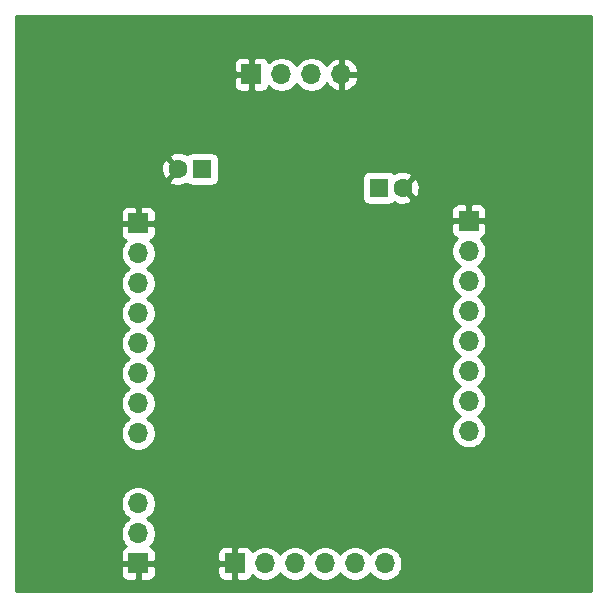
<source format=gbr>
%TF.GenerationSoftware,KiCad,Pcbnew,5.1.9-73d0e3b20d~88~ubuntu20.04.1*%
%TF.CreationDate,2021-02-20T23:14:02+01:00*%
%TF.ProjectId,attiny-214-414-814-proto,61747469-6e79-42d3-9231-342d3431342d,rev?*%
%TF.SameCoordinates,Original*%
%TF.FileFunction,Copper,L2,Bot*%
%TF.FilePolarity,Positive*%
%FSLAX46Y46*%
G04 Gerber Fmt 4.6, Leading zero omitted, Abs format (unit mm)*
G04 Created by KiCad (PCBNEW 5.1.9-73d0e3b20d~88~ubuntu20.04.1) date 2021-02-20 23:14:02*
%MOMM*%
%LPD*%
G01*
G04 APERTURE LIST*
%TA.AperFunction,ComponentPad*%
%ADD10O,1.700000X1.700000*%
%TD*%
%TA.AperFunction,ComponentPad*%
%ADD11R,1.700000X1.700000*%
%TD*%
%TA.AperFunction,ComponentPad*%
%ADD12C,1.600000*%
%TD*%
%TA.AperFunction,ComponentPad*%
%ADD13R,1.600000X1.600000*%
%TD*%
%TA.AperFunction,ViaPad*%
%ADD14C,0.900000*%
%TD*%
%TA.AperFunction,Conductor*%
%ADD15C,0.254000*%
%TD*%
%TA.AperFunction,Conductor*%
%ADD16C,0.100000*%
%TD*%
G04 APERTURE END LIST*
D10*
%TO.P,J5,8*%
%TO.N,Net-(J5-Pad8)*%
X119000000Y-93780000D03*
%TO.P,J5,7*%
%TO.N,Net-(J5-Pad7)*%
X119000000Y-91240000D03*
%TO.P,J5,6*%
%TO.N,Net-(J2-Pad3)*%
X119000000Y-88700000D03*
%TO.P,J5,5*%
%TO.N,Net-(J5-Pad5)*%
X119000000Y-86160000D03*
%TO.P,J5,4*%
%TO.N,Net-(J5-Pad4)*%
X119000000Y-83620000D03*
%TO.P,J5,3*%
%TO.N,Net-(J5-Pad3)*%
X119000000Y-81080000D03*
%TO.P,J5,2*%
%TO.N,Net-(C1-Pad1)*%
X119000000Y-78540000D03*
D11*
%TO.P,J5,1*%
%TO.N,GND*%
X119000000Y-76000000D03*
%TD*%
D10*
%TO.P,J4,6*%
%TO.N,Net-(J4-Pad6)*%
X111900000Y-105000000D03*
%TO.P,J4,5*%
%TO.N,Net-(J2-Pad3)*%
X109360000Y-105000000D03*
%TO.P,J4,4*%
%TO.N,Net-(J4-Pad4)*%
X106820000Y-105000000D03*
%TO.P,J4,3*%
%TO.N,Net-(D5-Pad2)*%
X104280000Y-105000000D03*
%TO.P,J4,2*%
%TO.N,Net-(J4-Pad2)*%
X101740000Y-105000000D03*
D11*
%TO.P,J4,1*%
%TO.N,GND*%
X99200000Y-105000000D03*
%TD*%
D10*
%TO.P,J3,8*%
%TO.N,Net-(J3-Pad8)*%
X91000000Y-93980000D03*
%TO.P,J3,7*%
%TO.N,Net-(J3-Pad7)*%
X91000000Y-91440000D03*
%TO.P,J3,6*%
%TO.N,Net-(J3-Pad6)*%
X91000000Y-88900000D03*
%TO.P,J3,5*%
%TO.N,Net-(J3-Pad5)*%
X91000000Y-86360000D03*
%TO.P,J3,4*%
%TO.N,Net-(J3-Pad4)*%
X91000000Y-83820000D03*
%TO.P,J3,3*%
%TO.N,Net-(J3-Pad3)*%
X91000000Y-81280000D03*
%TO.P,J3,2*%
%TO.N,Net-(C1-Pad1)*%
X91000000Y-78740000D03*
D11*
%TO.P,J3,1*%
%TO.N,GND*%
X91000000Y-76200000D03*
%TD*%
D10*
%TO.P,J2,3*%
%TO.N,Net-(J2-Pad3)*%
X91000000Y-99920000D03*
%TO.P,J2,2*%
%TO.N,Net-(C1-Pad1)*%
X91000000Y-102460000D03*
D11*
%TO.P,J2,1*%
%TO.N,GND*%
X91000000Y-105000000D03*
%TD*%
D10*
%TO.P,J1,4*%
%TO.N,GND*%
X108220000Y-63600000D03*
%TO.P,J1,3*%
%TO.N,Net-(C1-Pad1)*%
X105680000Y-63600000D03*
%TO.P,J1,2*%
%TO.N,Net-(D1-Pad2)*%
X103140000Y-63600000D03*
D11*
%TO.P,J1,1*%
%TO.N,GND*%
X100600000Y-63600000D03*
%TD*%
D12*
%TO.P,C3,2*%
%TO.N,GND*%
X113400000Y-73200000D03*
D13*
%TO.P,C3,1*%
%TO.N,Net-(C1-Pad1)*%
X111400000Y-73200000D03*
%TD*%
D12*
%TO.P,C2,2*%
%TO.N,GND*%
X94400000Y-71600000D03*
D13*
%TO.P,C2,1*%
%TO.N,Net-(C2-Pad1)*%
X96400000Y-71600000D03*
%TD*%
D14*
%TO.N,GND*%
X83000000Y-97000000D03*
X82400000Y-75400000D03*
X126800000Y-73200000D03*
X127200000Y-86000000D03*
X127200000Y-96600000D03*
X105600000Y-80000000D03*
X99400000Y-77000000D03*
X117200000Y-68800000D03*
X82800000Y-87800000D03*
%TD*%
D15*
%TO.N,GND*%
X129340001Y-107340000D02*
X80660000Y-107340000D01*
X80660000Y-105850000D01*
X89511928Y-105850000D01*
X89524188Y-105974482D01*
X89560498Y-106094180D01*
X89619463Y-106204494D01*
X89698815Y-106301185D01*
X89795506Y-106380537D01*
X89905820Y-106439502D01*
X90025518Y-106475812D01*
X90150000Y-106488072D01*
X90714250Y-106485000D01*
X90873000Y-106326250D01*
X90873000Y-105127000D01*
X91127000Y-105127000D01*
X91127000Y-106326250D01*
X91285750Y-106485000D01*
X91850000Y-106488072D01*
X91974482Y-106475812D01*
X92094180Y-106439502D01*
X92204494Y-106380537D01*
X92301185Y-106301185D01*
X92380537Y-106204494D01*
X92439502Y-106094180D01*
X92475812Y-105974482D01*
X92488072Y-105850000D01*
X97711928Y-105850000D01*
X97724188Y-105974482D01*
X97760498Y-106094180D01*
X97819463Y-106204494D01*
X97898815Y-106301185D01*
X97995506Y-106380537D01*
X98105820Y-106439502D01*
X98225518Y-106475812D01*
X98350000Y-106488072D01*
X98914250Y-106485000D01*
X99073000Y-106326250D01*
X99073000Y-105127000D01*
X97873750Y-105127000D01*
X97715000Y-105285750D01*
X97711928Y-105850000D01*
X92488072Y-105850000D01*
X92485000Y-105285750D01*
X92326250Y-105127000D01*
X91127000Y-105127000D01*
X90873000Y-105127000D01*
X89673750Y-105127000D01*
X89515000Y-105285750D01*
X89511928Y-105850000D01*
X80660000Y-105850000D01*
X80660000Y-104150000D01*
X89511928Y-104150000D01*
X89515000Y-104714250D01*
X89673750Y-104873000D01*
X90873000Y-104873000D01*
X90873000Y-104853000D01*
X91127000Y-104853000D01*
X91127000Y-104873000D01*
X92326250Y-104873000D01*
X92485000Y-104714250D01*
X92488072Y-104150000D01*
X97711928Y-104150000D01*
X97715000Y-104714250D01*
X97873750Y-104873000D01*
X99073000Y-104873000D01*
X99073000Y-103673750D01*
X99327000Y-103673750D01*
X99327000Y-104873000D01*
X99347000Y-104873000D01*
X99347000Y-105127000D01*
X99327000Y-105127000D01*
X99327000Y-106326250D01*
X99485750Y-106485000D01*
X100050000Y-106488072D01*
X100174482Y-106475812D01*
X100294180Y-106439502D01*
X100404494Y-106380537D01*
X100501185Y-106301185D01*
X100580537Y-106204494D01*
X100639502Y-106094180D01*
X100661513Y-106021620D01*
X100793368Y-106153475D01*
X101036589Y-106315990D01*
X101306842Y-106427932D01*
X101593740Y-106485000D01*
X101886260Y-106485000D01*
X102173158Y-106427932D01*
X102443411Y-106315990D01*
X102686632Y-106153475D01*
X102893475Y-105946632D01*
X103010000Y-105772240D01*
X103126525Y-105946632D01*
X103333368Y-106153475D01*
X103576589Y-106315990D01*
X103846842Y-106427932D01*
X104133740Y-106485000D01*
X104426260Y-106485000D01*
X104713158Y-106427932D01*
X104983411Y-106315990D01*
X105226632Y-106153475D01*
X105433475Y-105946632D01*
X105550000Y-105772240D01*
X105666525Y-105946632D01*
X105873368Y-106153475D01*
X106116589Y-106315990D01*
X106386842Y-106427932D01*
X106673740Y-106485000D01*
X106966260Y-106485000D01*
X107253158Y-106427932D01*
X107523411Y-106315990D01*
X107766632Y-106153475D01*
X107973475Y-105946632D01*
X108090000Y-105772240D01*
X108206525Y-105946632D01*
X108413368Y-106153475D01*
X108656589Y-106315990D01*
X108926842Y-106427932D01*
X109213740Y-106485000D01*
X109506260Y-106485000D01*
X109793158Y-106427932D01*
X110063411Y-106315990D01*
X110306632Y-106153475D01*
X110513475Y-105946632D01*
X110630000Y-105772240D01*
X110746525Y-105946632D01*
X110953368Y-106153475D01*
X111196589Y-106315990D01*
X111466842Y-106427932D01*
X111753740Y-106485000D01*
X112046260Y-106485000D01*
X112333158Y-106427932D01*
X112603411Y-106315990D01*
X112846632Y-106153475D01*
X113053475Y-105946632D01*
X113215990Y-105703411D01*
X113327932Y-105433158D01*
X113385000Y-105146260D01*
X113385000Y-104853740D01*
X113327932Y-104566842D01*
X113215990Y-104296589D01*
X113053475Y-104053368D01*
X112846632Y-103846525D01*
X112603411Y-103684010D01*
X112333158Y-103572068D01*
X112046260Y-103515000D01*
X111753740Y-103515000D01*
X111466842Y-103572068D01*
X111196589Y-103684010D01*
X110953368Y-103846525D01*
X110746525Y-104053368D01*
X110630000Y-104227760D01*
X110513475Y-104053368D01*
X110306632Y-103846525D01*
X110063411Y-103684010D01*
X109793158Y-103572068D01*
X109506260Y-103515000D01*
X109213740Y-103515000D01*
X108926842Y-103572068D01*
X108656589Y-103684010D01*
X108413368Y-103846525D01*
X108206525Y-104053368D01*
X108090000Y-104227760D01*
X107973475Y-104053368D01*
X107766632Y-103846525D01*
X107523411Y-103684010D01*
X107253158Y-103572068D01*
X106966260Y-103515000D01*
X106673740Y-103515000D01*
X106386842Y-103572068D01*
X106116589Y-103684010D01*
X105873368Y-103846525D01*
X105666525Y-104053368D01*
X105550000Y-104227760D01*
X105433475Y-104053368D01*
X105226632Y-103846525D01*
X104983411Y-103684010D01*
X104713158Y-103572068D01*
X104426260Y-103515000D01*
X104133740Y-103515000D01*
X103846842Y-103572068D01*
X103576589Y-103684010D01*
X103333368Y-103846525D01*
X103126525Y-104053368D01*
X103010000Y-104227760D01*
X102893475Y-104053368D01*
X102686632Y-103846525D01*
X102443411Y-103684010D01*
X102173158Y-103572068D01*
X101886260Y-103515000D01*
X101593740Y-103515000D01*
X101306842Y-103572068D01*
X101036589Y-103684010D01*
X100793368Y-103846525D01*
X100661513Y-103978380D01*
X100639502Y-103905820D01*
X100580537Y-103795506D01*
X100501185Y-103698815D01*
X100404494Y-103619463D01*
X100294180Y-103560498D01*
X100174482Y-103524188D01*
X100050000Y-103511928D01*
X99485750Y-103515000D01*
X99327000Y-103673750D01*
X99073000Y-103673750D01*
X98914250Y-103515000D01*
X98350000Y-103511928D01*
X98225518Y-103524188D01*
X98105820Y-103560498D01*
X97995506Y-103619463D01*
X97898815Y-103698815D01*
X97819463Y-103795506D01*
X97760498Y-103905820D01*
X97724188Y-104025518D01*
X97711928Y-104150000D01*
X92488072Y-104150000D01*
X92475812Y-104025518D01*
X92439502Y-103905820D01*
X92380537Y-103795506D01*
X92301185Y-103698815D01*
X92204494Y-103619463D01*
X92094180Y-103560498D01*
X92021620Y-103538487D01*
X92153475Y-103406632D01*
X92315990Y-103163411D01*
X92427932Y-102893158D01*
X92485000Y-102606260D01*
X92485000Y-102313740D01*
X92427932Y-102026842D01*
X92315990Y-101756589D01*
X92153475Y-101513368D01*
X91946632Y-101306525D01*
X91772240Y-101190000D01*
X91946632Y-101073475D01*
X92153475Y-100866632D01*
X92315990Y-100623411D01*
X92427932Y-100353158D01*
X92485000Y-100066260D01*
X92485000Y-99773740D01*
X92427932Y-99486842D01*
X92315990Y-99216589D01*
X92153475Y-98973368D01*
X91946632Y-98766525D01*
X91703411Y-98604010D01*
X91433158Y-98492068D01*
X91146260Y-98435000D01*
X90853740Y-98435000D01*
X90566842Y-98492068D01*
X90296589Y-98604010D01*
X90053368Y-98766525D01*
X89846525Y-98973368D01*
X89684010Y-99216589D01*
X89572068Y-99486842D01*
X89515000Y-99773740D01*
X89515000Y-100066260D01*
X89572068Y-100353158D01*
X89684010Y-100623411D01*
X89846525Y-100866632D01*
X90053368Y-101073475D01*
X90227760Y-101190000D01*
X90053368Y-101306525D01*
X89846525Y-101513368D01*
X89684010Y-101756589D01*
X89572068Y-102026842D01*
X89515000Y-102313740D01*
X89515000Y-102606260D01*
X89572068Y-102893158D01*
X89684010Y-103163411D01*
X89846525Y-103406632D01*
X89978380Y-103538487D01*
X89905820Y-103560498D01*
X89795506Y-103619463D01*
X89698815Y-103698815D01*
X89619463Y-103795506D01*
X89560498Y-103905820D01*
X89524188Y-104025518D01*
X89511928Y-104150000D01*
X80660000Y-104150000D01*
X80660000Y-77050000D01*
X89511928Y-77050000D01*
X89524188Y-77174482D01*
X89560498Y-77294180D01*
X89619463Y-77404494D01*
X89698815Y-77501185D01*
X89795506Y-77580537D01*
X89905820Y-77639502D01*
X89978380Y-77661513D01*
X89846525Y-77793368D01*
X89684010Y-78036589D01*
X89572068Y-78306842D01*
X89515000Y-78593740D01*
X89515000Y-78886260D01*
X89572068Y-79173158D01*
X89684010Y-79443411D01*
X89846525Y-79686632D01*
X90053368Y-79893475D01*
X90227760Y-80010000D01*
X90053368Y-80126525D01*
X89846525Y-80333368D01*
X89684010Y-80576589D01*
X89572068Y-80846842D01*
X89515000Y-81133740D01*
X89515000Y-81426260D01*
X89572068Y-81713158D01*
X89684010Y-81983411D01*
X89846525Y-82226632D01*
X90053368Y-82433475D01*
X90227760Y-82550000D01*
X90053368Y-82666525D01*
X89846525Y-82873368D01*
X89684010Y-83116589D01*
X89572068Y-83386842D01*
X89515000Y-83673740D01*
X89515000Y-83966260D01*
X89572068Y-84253158D01*
X89684010Y-84523411D01*
X89846525Y-84766632D01*
X90053368Y-84973475D01*
X90227760Y-85090000D01*
X90053368Y-85206525D01*
X89846525Y-85413368D01*
X89684010Y-85656589D01*
X89572068Y-85926842D01*
X89515000Y-86213740D01*
X89515000Y-86506260D01*
X89572068Y-86793158D01*
X89684010Y-87063411D01*
X89846525Y-87306632D01*
X90053368Y-87513475D01*
X90227760Y-87630000D01*
X90053368Y-87746525D01*
X89846525Y-87953368D01*
X89684010Y-88196589D01*
X89572068Y-88466842D01*
X89515000Y-88753740D01*
X89515000Y-89046260D01*
X89572068Y-89333158D01*
X89684010Y-89603411D01*
X89846525Y-89846632D01*
X90053368Y-90053475D01*
X90227760Y-90170000D01*
X90053368Y-90286525D01*
X89846525Y-90493368D01*
X89684010Y-90736589D01*
X89572068Y-91006842D01*
X89515000Y-91293740D01*
X89515000Y-91586260D01*
X89572068Y-91873158D01*
X89684010Y-92143411D01*
X89846525Y-92386632D01*
X90053368Y-92593475D01*
X90227760Y-92710000D01*
X90053368Y-92826525D01*
X89846525Y-93033368D01*
X89684010Y-93276589D01*
X89572068Y-93546842D01*
X89515000Y-93833740D01*
X89515000Y-94126260D01*
X89572068Y-94413158D01*
X89684010Y-94683411D01*
X89846525Y-94926632D01*
X90053368Y-95133475D01*
X90296589Y-95295990D01*
X90566842Y-95407932D01*
X90853740Y-95465000D01*
X91146260Y-95465000D01*
X91433158Y-95407932D01*
X91703411Y-95295990D01*
X91946632Y-95133475D01*
X92153475Y-94926632D01*
X92315990Y-94683411D01*
X92427932Y-94413158D01*
X92485000Y-94126260D01*
X92485000Y-93833740D01*
X92427932Y-93546842D01*
X92315990Y-93276589D01*
X92153475Y-93033368D01*
X91946632Y-92826525D01*
X91772240Y-92710000D01*
X91946632Y-92593475D01*
X92153475Y-92386632D01*
X92315990Y-92143411D01*
X92427932Y-91873158D01*
X92485000Y-91586260D01*
X92485000Y-91293740D01*
X92427932Y-91006842D01*
X92315990Y-90736589D01*
X92153475Y-90493368D01*
X91946632Y-90286525D01*
X91772240Y-90170000D01*
X91946632Y-90053475D01*
X92153475Y-89846632D01*
X92315990Y-89603411D01*
X92427932Y-89333158D01*
X92485000Y-89046260D01*
X92485000Y-88753740D01*
X92427932Y-88466842D01*
X92315990Y-88196589D01*
X92153475Y-87953368D01*
X91946632Y-87746525D01*
X91772240Y-87630000D01*
X91946632Y-87513475D01*
X92153475Y-87306632D01*
X92315990Y-87063411D01*
X92427932Y-86793158D01*
X92485000Y-86506260D01*
X92485000Y-86213740D01*
X92427932Y-85926842D01*
X92315990Y-85656589D01*
X92153475Y-85413368D01*
X91946632Y-85206525D01*
X91772240Y-85090000D01*
X91946632Y-84973475D01*
X92153475Y-84766632D01*
X92315990Y-84523411D01*
X92427932Y-84253158D01*
X92485000Y-83966260D01*
X92485000Y-83673740D01*
X92427932Y-83386842D01*
X92315990Y-83116589D01*
X92153475Y-82873368D01*
X91946632Y-82666525D01*
X91772240Y-82550000D01*
X91946632Y-82433475D01*
X92153475Y-82226632D01*
X92315990Y-81983411D01*
X92427932Y-81713158D01*
X92485000Y-81426260D01*
X92485000Y-81133740D01*
X92427932Y-80846842D01*
X92315990Y-80576589D01*
X92153475Y-80333368D01*
X91946632Y-80126525D01*
X91772240Y-80010000D01*
X91946632Y-79893475D01*
X92153475Y-79686632D01*
X92315990Y-79443411D01*
X92427932Y-79173158D01*
X92485000Y-78886260D01*
X92485000Y-78593740D01*
X92427932Y-78306842D01*
X92315990Y-78036589D01*
X92153475Y-77793368D01*
X92021620Y-77661513D01*
X92094180Y-77639502D01*
X92204494Y-77580537D01*
X92301185Y-77501185D01*
X92380537Y-77404494D01*
X92439502Y-77294180D01*
X92475812Y-77174482D01*
X92488072Y-77050000D01*
X92486984Y-76850000D01*
X117511928Y-76850000D01*
X117524188Y-76974482D01*
X117560498Y-77094180D01*
X117619463Y-77204494D01*
X117698815Y-77301185D01*
X117795506Y-77380537D01*
X117905820Y-77439502D01*
X117978380Y-77461513D01*
X117846525Y-77593368D01*
X117684010Y-77836589D01*
X117572068Y-78106842D01*
X117515000Y-78393740D01*
X117515000Y-78686260D01*
X117572068Y-78973158D01*
X117684010Y-79243411D01*
X117846525Y-79486632D01*
X118053368Y-79693475D01*
X118227760Y-79810000D01*
X118053368Y-79926525D01*
X117846525Y-80133368D01*
X117684010Y-80376589D01*
X117572068Y-80646842D01*
X117515000Y-80933740D01*
X117515000Y-81226260D01*
X117572068Y-81513158D01*
X117684010Y-81783411D01*
X117846525Y-82026632D01*
X118053368Y-82233475D01*
X118227760Y-82350000D01*
X118053368Y-82466525D01*
X117846525Y-82673368D01*
X117684010Y-82916589D01*
X117572068Y-83186842D01*
X117515000Y-83473740D01*
X117515000Y-83766260D01*
X117572068Y-84053158D01*
X117684010Y-84323411D01*
X117846525Y-84566632D01*
X118053368Y-84773475D01*
X118227760Y-84890000D01*
X118053368Y-85006525D01*
X117846525Y-85213368D01*
X117684010Y-85456589D01*
X117572068Y-85726842D01*
X117515000Y-86013740D01*
X117515000Y-86306260D01*
X117572068Y-86593158D01*
X117684010Y-86863411D01*
X117846525Y-87106632D01*
X118053368Y-87313475D01*
X118227760Y-87430000D01*
X118053368Y-87546525D01*
X117846525Y-87753368D01*
X117684010Y-87996589D01*
X117572068Y-88266842D01*
X117515000Y-88553740D01*
X117515000Y-88846260D01*
X117572068Y-89133158D01*
X117684010Y-89403411D01*
X117846525Y-89646632D01*
X118053368Y-89853475D01*
X118227760Y-89970000D01*
X118053368Y-90086525D01*
X117846525Y-90293368D01*
X117684010Y-90536589D01*
X117572068Y-90806842D01*
X117515000Y-91093740D01*
X117515000Y-91386260D01*
X117572068Y-91673158D01*
X117684010Y-91943411D01*
X117846525Y-92186632D01*
X118053368Y-92393475D01*
X118227760Y-92510000D01*
X118053368Y-92626525D01*
X117846525Y-92833368D01*
X117684010Y-93076589D01*
X117572068Y-93346842D01*
X117515000Y-93633740D01*
X117515000Y-93926260D01*
X117572068Y-94213158D01*
X117684010Y-94483411D01*
X117846525Y-94726632D01*
X118053368Y-94933475D01*
X118296589Y-95095990D01*
X118566842Y-95207932D01*
X118853740Y-95265000D01*
X119146260Y-95265000D01*
X119433158Y-95207932D01*
X119703411Y-95095990D01*
X119946632Y-94933475D01*
X120153475Y-94726632D01*
X120315990Y-94483411D01*
X120427932Y-94213158D01*
X120485000Y-93926260D01*
X120485000Y-93633740D01*
X120427932Y-93346842D01*
X120315990Y-93076589D01*
X120153475Y-92833368D01*
X119946632Y-92626525D01*
X119772240Y-92510000D01*
X119946632Y-92393475D01*
X120153475Y-92186632D01*
X120315990Y-91943411D01*
X120427932Y-91673158D01*
X120485000Y-91386260D01*
X120485000Y-91093740D01*
X120427932Y-90806842D01*
X120315990Y-90536589D01*
X120153475Y-90293368D01*
X119946632Y-90086525D01*
X119772240Y-89970000D01*
X119946632Y-89853475D01*
X120153475Y-89646632D01*
X120315990Y-89403411D01*
X120427932Y-89133158D01*
X120485000Y-88846260D01*
X120485000Y-88553740D01*
X120427932Y-88266842D01*
X120315990Y-87996589D01*
X120153475Y-87753368D01*
X119946632Y-87546525D01*
X119772240Y-87430000D01*
X119946632Y-87313475D01*
X120153475Y-87106632D01*
X120315990Y-86863411D01*
X120427932Y-86593158D01*
X120485000Y-86306260D01*
X120485000Y-86013740D01*
X120427932Y-85726842D01*
X120315990Y-85456589D01*
X120153475Y-85213368D01*
X119946632Y-85006525D01*
X119772240Y-84890000D01*
X119946632Y-84773475D01*
X120153475Y-84566632D01*
X120315990Y-84323411D01*
X120427932Y-84053158D01*
X120485000Y-83766260D01*
X120485000Y-83473740D01*
X120427932Y-83186842D01*
X120315990Y-82916589D01*
X120153475Y-82673368D01*
X119946632Y-82466525D01*
X119772240Y-82350000D01*
X119946632Y-82233475D01*
X120153475Y-82026632D01*
X120315990Y-81783411D01*
X120427932Y-81513158D01*
X120485000Y-81226260D01*
X120485000Y-80933740D01*
X120427932Y-80646842D01*
X120315990Y-80376589D01*
X120153475Y-80133368D01*
X119946632Y-79926525D01*
X119772240Y-79810000D01*
X119946632Y-79693475D01*
X120153475Y-79486632D01*
X120315990Y-79243411D01*
X120427932Y-78973158D01*
X120485000Y-78686260D01*
X120485000Y-78393740D01*
X120427932Y-78106842D01*
X120315990Y-77836589D01*
X120153475Y-77593368D01*
X120021620Y-77461513D01*
X120094180Y-77439502D01*
X120204494Y-77380537D01*
X120301185Y-77301185D01*
X120380537Y-77204494D01*
X120439502Y-77094180D01*
X120475812Y-76974482D01*
X120488072Y-76850000D01*
X120485000Y-76285750D01*
X120326250Y-76127000D01*
X119127000Y-76127000D01*
X119127000Y-76147000D01*
X118873000Y-76147000D01*
X118873000Y-76127000D01*
X117673750Y-76127000D01*
X117515000Y-76285750D01*
X117511928Y-76850000D01*
X92486984Y-76850000D01*
X92485000Y-76485750D01*
X92326250Y-76327000D01*
X91127000Y-76327000D01*
X91127000Y-76347000D01*
X90873000Y-76347000D01*
X90873000Y-76327000D01*
X89673750Y-76327000D01*
X89515000Y-76485750D01*
X89511928Y-77050000D01*
X80660000Y-77050000D01*
X80660000Y-75350000D01*
X89511928Y-75350000D01*
X89515000Y-75914250D01*
X89673750Y-76073000D01*
X90873000Y-76073000D01*
X90873000Y-74873750D01*
X91127000Y-74873750D01*
X91127000Y-76073000D01*
X92326250Y-76073000D01*
X92485000Y-75914250D01*
X92488072Y-75350000D01*
X92475812Y-75225518D01*
X92452904Y-75150000D01*
X117511928Y-75150000D01*
X117515000Y-75714250D01*
X117673750Y-75873000D01*
X118873000Y-75873000D01*
X118873000Y-74673750D01*
X119127000Y-74673750D01*
X119127000Y-75873000D01*
X120326250Y-75873000D01*
X120485000Y-75714250D01*
X120488072Y-75150000D01*
X120475812Y-75025518D01*
X120439502Y-74905820D01*
X120380537Y-74795506D01*
X120301185Y-74698815D01*
X120204494Y-74619463D01*
X120094180Y-74560498D01*
X119974482Y-74524188D01*
X119850000Y-74511928D01*
X119285750Y-74515000D01*
X119127000Y-74673750D01*
X118873000Y-74673750D01*
X118714250Y-74515000D01*
X118150000Y-74511928D01*
X118025518Y-74524188D01*
X117905820Y-74560498D01*
X117795506Y-74619463D01*
X117698815Y-74698815D01*
X117619463Y-74795506D01*
X117560498Y-74905820D01*
X117524188Y-75025518D01*
X117511928Y-75150000D01*
X92452904Y-75150000D01*
X92439502Y-75105820D01*
X92380537Y-74995506D01*
X92301185Y-74898815D01*
X92204494Y-74819463D01*
X92094180Y-74760498D01*
X91974482Y-74724188D01*
X91850000Y-74711928D01*
X91285750Y-74715000D01*
X91127000Y-74873750D01*
X90873000Y-74873750D01*
X90714250Y-74715000D01*
X90150000Y-74711928D01*
X90025518Y-74724188D01*
X89905820Y-74760498D01*
X89795506Y-74819463D01*
X89698815Y-74898815D01*
X89619463Y-74995506D01*
X89560498Y-75105820D01*
X89524188Y-75225518D01*
X89511928Y-75350000D01*
X80660000Y-75350000D01*
X80660000Y-71670512D01*
X92959783Y-71670512D01*
X93001213Y-71950130D01*
X93096397Y-72216292D01*
X93163329Y-72341514D01*
X93407298Y-72413097D01*
X94220395Y-71600000D01*
X93407298Y-70786903D01*
X93163329Y-70858486D01*
X93042429Y-71113996D01*
X92973700Y-71388184D01*
X92959783Y-71670512D01*
X80660000Y-71670512D01*
X80660000Y-70607298D01*
X93586903Y-70607298D01*
X94400000Y-71420395D01*
X94414143Y-71406253D01*
X94593748Y-71585858D01*
X94579605Y-71600000D01*
X94593748Y-71614143D01*
X94414143Y-71793748D01*
X94400000Y-71779605D01*
X93586903Y-72592702D01*
X93658486Y-72836671D01*
X93913996Y-72957571D01*
X94188184Y-73026300D01*
X94470512Y-73040217D01*
X94750130Y-72998787D01*
X95016292Y-72903603D01*
X95138309Y-72838384D01*
X95148815Y-72851185D01*
X95245506Y-72930537D01*
X95355820Y-72989502D01*
X95475518Y-73025812D01*
X95600000Y-73038072D01*
X97200000Y-73038072D01*
X97324482Y-73025812D01*
X97444180Y-72989502D01*
X97554494Y-72930537D01*
X97651185Y-72851185D01*
X97730537Y-72754494D01*
X97789502Y-72644180D01*
X97825812Y-72524482D01*
X97838072Y-72400000D01*
X109961928Y-72400000D01*
X109961928Y-74000000D01*
X109974188Y-74124482D01*
X110010498Y-74244180D01*
X110069463Y-74354494D01*
X110148815Y-74451185D01*
X110245506Y-74530537D01*
X110355820Y-74589502D01*
X110475518Y-74625812D01*
X110600000Y-74638072D01*
X112200000Y-74638072D01*
X112324482Y-74625812D01*
X112444180Y-74589502D01*
X112554494Y-74530537D01*
X112651185Y-74451185D01*
X112661807Y-74438242D01*
X112913996Y-74557571D01*
X113188184Y-74626300D01*
X113470512Y-74640217D01*
X113750130Y-74598787D01*
X114016292Y-74503603D01*
X114141514Y-74436671D01*
X114213097Y-74192702D01*
X113400000Y-73379605D01*
X113385858Y-73393748D01*
X113206253Y-73214143D01*
X113220395Y-73200000D01*
X113579605Y-73200000D01*
X114392702Y-74013097D01*
X114636671Y-73941514D01*
X114757571Y-73686004D01*
X114826300Y-73411816D01*
X114840217Y-73129488D01*
X114798787Y-72849870D01*
X114703603Y-72583708D01*
X114636671Y-72458486D01*
X114392702Y-72386903D01*
X113579605Y-73200000D01*
X113220395Y-73200000D01*
X113206253Y-73185858D01*
X113385858Y-73006253D01*
X113400000Y-73020395D01*
X114213097Y-72207298D01*
X114141514Y-71963329D01*
X113886004Y-71842429D01*
X113611816Y-71773700D01*
X113329488Y-71759783D01*
X113049870Y-71801213D01*
X112783708Y-71896397D01*
X112661691Y-71961616D01*
X112651185Y-71948815D01*
X112554494Y-71869463D01*
X112444180Y-71810498D01*
X112324482Y-71774188D01*
X112200000Y-71761928D01*
X110600000Y-71761928D01*
X110475518Y-71774188D01*
X110355820Y-71810498D01*
X110245506Y-71869463D01*
X110148815Y-71948815D01*
X110069463Y-72045506D01*
X110010498Y-72155820D01*
X109974188Y-72275518D01*
X109961928Y-72400000D01*
X97838072Y-72400000D01*
X97838072Y-70800000D01*
X97825812Y-70675518D01*
X97789502Y-70555820D01*
X97730537Y-70445506D01*
X97651185Y-70348815D01*
X97554494Y-70269463D01*
X97444180Y-70210498D01*
X97324482Y-70174188D01*
X97200000Y-70161928D01*
X95600000Y-70161928D01*
X95475518Y-70174188D01*
X95355820Y-70210498D01*
X95245506Y-70269463D01*
X95148815Y-70348815D01*
X95138193Y-70361758D01*
X94886004Y-70242429D01*
X94611816Y-70173700D01*
X94329488Y-70159783D01*
X94049870Y-70201213D01*
X93783708Y-70296397D01*
X93658486Y-70363329D01*
X93586903Y-70607298D01*
X80660000Y-70607298D01*
X80660000Y-64450000D01*
X99111928Y-64450000D01*
X99124188Y-64574482D01*
X99160498Y-64694180D01*
X99219463Y-64804494D01*
X99298815Y-64901185D01*
X99395506Y-64980537D01*
X99505820Y-65039502D01*
X99625518Y-65075812D01*
X99750000Y-65088072D01*
X100314250Y-65085000D01*
X100473000Y-64926250D01*
X100473000Y-63727000D01*
X99273750Y-63727000D01*
X99115000Y-63885750D01*
X99111928Y-64450000D01*
X80660000Y-64450000D01*
X80660000Y-62750000D01*
X99111928Y-62750000D01*
X99115000Y-63314250D01*
X99273750Y-63473000D01*
X100473000Y-63473000D01*
X100473000Y-62273750D01*
X100727000Y-62273750D01*
X100727000Y-63473000D01*
X100747000Y-63473000D01*
X100747000Y-63727000D01*
X100727000Y-63727000D01*
X100727000Y-64926250D01*
X100885750Y-65085000D01*
X101450000Y-65088072D01*
X101574482Y-65075812D01*
X101694180Y-65039502D01*
X101804494Y-64980537D01*
X101901185Y-64901185D01*
X101980537Y-64804494D01*
X102039502Y-64694180D01*
X102061513Y-64621620D01*
X102193368Y-64753475D01*
X102436589Y-64915990D01*
X102706842Y-65027932D01*
X102993740Y-65085000D01*
X103286260Y-65085000D01*
X103573158Y-65027932D01*
X103843411Y-64915990D01*
X104086632Y-64753475D01*
X104293475Y-64546632D01*
X104410000Y-64372240D01*
X104526525Y-64546632D01*
X104733368Y-64753475D01*
X104976589Y-64915990D01*
X105246842Y-65027932D01*
X105533740Y-65085000D01*
X105826260Y-65085000D01*
X106113158Y-65027932D01*
X106383411Y-64915990D01*
X106626632Y-64753475D01*
X106833475Y-64546632D01*
X106955195Y-64364466D01*
X107024822Y-64481355D01*
X107219731Y-64697588D01*
X107453080Y-64871641D01*
X107715901Y-64996825D01*
X107863110Y-65041476D01*
X108093000Y-64920155D01*
X108093000Y-63727000D01*
X108347000Y-63727000D01*
X108347000Y-64920155D01*
X108576890Y-65041476D01*
X108724099Y-64996825D01*
X108986920Y-64871641D01*
X109220269Y-64697588D01*
X109415178Y-64481355D01*
X109564157Y-64231252D01*
X109661481Y-63956891D01*
X109540814Y-63727000D01*
X108347000Y-63727000D01*
X108093000Y-63727000D01*
X108073000Y-63727000D01*
X108073000Y-63473000D01*
X108093000Y-63473000D01*
X108093000Y-62279845D01*
X108347000Y-62279845D01*
X108347000Y-63473000D01*
X109540814Y-63473000D01*
X109661481Y-63243109D01*
X109564157Y-62968748D01*
X109415178Y-62718645D01*
X109220269Y-62502412D01*
X108986920Y-62328359D01*
X108724099Y-62203175D01*
X108576890Y-62158524D01*
X108347000Y-62279845D01*
X108093000Y-62279845D01*
X107863110Y-62158524D01*
X107715901Y-62203175D01*
X107453080Y-62328359D01*
X107219731Y-62502412D01*
X107024822Y-62718645D01*
X106955195Y-62835534D01*
X106833475Y-62653368D01*
X106626632Y-62446525D01*
X106383411Y-62284010D01*
X106113158Y-62172068D01*
X105826260Y-62115000D01*
X105533740Y-62115000D01*
X105246842Y-62172068D01*
X104976589Y-62284010D01*
X104733368Y-62446525D01*
X104526525Y-62653368D01*
X104410000Y-62827760D01*
X104293475Y-62653368D01*
X104086632Y-62446525D01*
X103843411Y-62284010D01*
X103573158Y-62172068D01*
X103286260Y-62115000D01*
X102993740Y-62115000D01*
X102706842Y-62172068D01*
X102436589Y-62284010D01*
X102193368Y-62446525D01*
X102061513Y-62578380D01*
X102039502Y-62505820D01*
X101980537Y-62395506D01*
X101901185Y-62298815D01*
X101804494Y-62219463D01*
X101694180Y-62160498D01*
X101574482Y-62124188D01*
X101450000Y-62111928D01*
X100885750Y-62115000D01*
X100727000Y-62273750D01*
X100473000Y-62273750D01*
X100314250Y-62115000D01*
X99750000Y-62111928D01*
X99625518Y-62124188D01*
X99505820Y-62160498D01*
X99395506Y-62219463D01*
X99298815Y-62298815D01*
X99219463Y-62395506D01*
X99160498Y-62505820D01*
X99124188Y-62625518D01*
X99111928Y-62750000D01*
X80660000Y-62750000D01*
X80660000Y-58660000D01*
X129340000Y-58660000D01*
X129340001Y-107340000D01*
%TA.AperFunction,Conductor*%
D16*
G36*
X129340001Y-107340000D02*
G01*
X80660000Y-107340000D01*
X80660000Y-105850000D01*
X89511928Y-105850000D01*
X89524188Y-105974482D01*
X89560498Y-106094180D01*
X89619463Y-106204494D01*
X89698815Y-106301185D01*
X89795506Y-106380537D01*
X89905820Y-106439502D01*
X90025518Y-106475812D01*
X90150000Y-106488072D01*
X90714250Y-106485000D01*
X90873000Y-106326250D01*
X90873000Y-105127000D01*
X91127000Y-105127000D01*
X91127000Y-106326250D01*
X91285750Y-106485000D01*
X91850000Y-106488072D01*
X91974482Y-106475812D01*
X92094180Y-106439502D01*
X92204494Y-106380537D01*
X92301185Y-106301185D01*
X92380537Y-106204494D01*
X92439502Y-106094180D01*
X92475812Y-105974482D01*
X92488072Y-105850000D01*
X97711928Y-105850000D01*
X97724188Y-105974482D01*
X97760498Y-106094180D01*
X97819463Y-106204494D01*
X97898815Y-106301185D01*
X97995506Y-106380537D01*
X98105820Y-106439502D01*
X98225518Y-106475812D01*
X98350000Y-106488072D01*
X98914250Y-106485000D01*
X99073000Y-106326250D01*
X99073000Y-105127000D01*
X97873750Y-105127000D01*
X97715000Y-105285750D01*
X97711928Y-105850000D01*
X92488072Y-105850000D01*
X92485000Y-105285750D01*
X92326250Y-105127000D01*
X91127000Y-105127000D01*
X90873000Y-105127000D01*
X89673750Y-105127000D01*
X89515000Y-105285750D01*
X89511928Y-105850000D01*
X80660000Y-105850000D01*
X80660000Y-104150000D01*
X89511928Y-104150000D01*
X89515000Y-104714250D01*
X89673750Y-104873000D01*
X90873000Y-104873000D01*
X90873000Y-104853000D01*
X91127000Y-104853000D01*
X91127000Y-104873000D01*
X92326250Y-104873000D01*
X92485000Y-104714250D01*
X92488072Y-104150000D01*
X97711928Y-104150000D01*
X97715000Y-104714250D01*
X97873750Y-104873000D01*
X99073000Y-104873000D01*
X99073000Y-103673750D01*
X99327000Y-103673750D01*
X99327000Y-104873000D01*
X99347000Y-104873000D01*
X99347000Y-105127000D01*
X99327000Y-105127000D01*
X99327000Y-106326250D01*
X99485750Y-106485000D01*
X100050000Y-106488072D01*
X100174482Y-106475812D01*
X100294180Y-106439502D01*
X100404494Y-106380537D01*
X100501185Y-106301185D01*
X100580537Y-106204494D01*
X100639502Y-106094180D01*
X100661513Y-106021620D01*
X100793368Y-106153475D01*
X101036589Y-106315990D01*
X101306842Y-106427932D01*
X101593740Y-106485000D01*
X101886260Y-106485000D01*
X102173158Y-106427932D01*
X102443411Y-106315990D01*
X102686632Y-106153475D01*
X102893475Y-105946632D01*
X103010000Y-105772240D01*
X103126525Y-105946632D01*
X103333368Y-106153475D01*
X103576589Y-106315990D01*
X103846842Y-106427932D01*
X104133740Y-106485000D01*
X104426260Y-106485000D01*
X104713158Y-106427932D01*
X104983411Y-106315990D01*
X105226632Y-106153475D01*
X105433475Y-105946632D01*
X105550000Y-105772240D01*
X105666525Y-105946632D01*
X105873368Y-106153475D01*
X106116589Y-106315990D01*
X106386842Y-106427932D01*
X106673740Y-106485000D01*
X106966260Y-106485000D01*
X107253158Y-106427932D01*
X107523411Y-106315990D01*
X107766632Y-106153475D01*
X107973475Y-105946632D01*
X108090000Y-105772240D01*
X108206525Y-105946632D01*
X108413368Y-106153475D01*
X108656589Y-106315990D01*
X108926842Y-106427932D01*
X109213740Y-106485000D01*
X109506260Y-106485000D01*
X109793158Y-106427932D01*
X110063411Y-106315990D01*
X110306632Y-106153475D01*
X110513475Y-105946632D01*
X110630000Y-105772240D01*
X110746525Y-105946632D01*
X110953368Y-106153475D01*
X111196589Y-106315990D01*
X111466842Y-106427932D01*
X111753740Y-106485000D01*
X112046260Y-106485000D01*
X112333158Y-106427932D01*
X112603411Y-106315990D01*
X112846632Y-106153475D01*
X113053475Y-105946632D01*
X113215990Y-105703411D01*
X113327932Y-105433158D01*
X113385000Y-105146260D01*
X113385000Y-104853740D01*
X113327932Y-104566842D01*
X113215990Y-104296589D01*
X113053475Y-104053368D01*
X112846632Y-103846525D01*
X112603411Y-103684010D01*
X112333158Y-103572068D01*
X112046260Y-103515000D01*
X111753740Y-103515000D01*
X111466842Y-103572068D01*
X111196589Y-103684010D01*
X110953368Y-103846525D01*
X110746525Y-104053368D01*
X110630000Y-104227760D01*
X110513475Y-104053368D01*
X110306632Y-103846525D01*
X110063411Y-103684010D01*
X109793158Y-103572068D01*
X109506260Y-103515000D01*
X109213740Y-103515000D01*
X108926842Y-103572068D01*
X108656589Y-103684010D01*
X108413368Y-103846525D01*
X108206525Y-104053368D01*
X108090000Y-104227760D01*
X107973475Y-104053368D01*
X107766632Y-103846525D01*
X107523411Y-103684010D01*
X107253158Y-103572068D01*
X106966260Y-103515000D01*
X106673740Y-103515000D01*
X106386842Y-103572068D01*
X106116589Y-103684010D01*
X105873368Y-103846525D01*
X105666525Y-104053368D01*
X105550000Y-104227760D01*
X105433475Y-104053368D01*
X105226632Y-103846525D01*
X104983411Y-103684010D01*
X104713158Y-103572068D01*
X104426260Y-103515000D01*
X104133740Y-103515000D01*
X103846842Y-103572068D01*
X103576589Y-103684010D01*
X103333368Y-103846525D01*
X103126525Y-104053368D01*
X103010000Y-104227760D01*
X102893475Y-104053368D01*
X102686632Y-103846525D01*
X102443411Y-103684010D01*
X102173158Y-103572068D01*
X101886260Y-103515000D01*
X101593740Y-103515000D01*
X101306842Y-103572068D01*
X101036589Y-103684010D01*
X100793368Y-103846525D01*
X100661513Y-103978380D01*
X100639502Y-103905820D01*
X100580537Y-103795506D01*
X100501185Y-103698815D01*
X100404494Y-103619463D01*
X100294180Y-103560498D01*
X100174482Y-103524188D01*
X100050000Y-103511928D01*
X99485750Y-103515000D01*
X99327000Y-103673750D01*
X99073000Y-103673750D01*
X98914250Y-103515000D01*
X98350000Y-103511928D01*
X98225518Y-103524188D01*
X98105820Y-103560498D01*
X97995506Y-103619463D01*
X97898815Y-103698815D01*
X97819463Y-103795506D01*
X97760498Y-103905820D01*
X97724188Y-104025518D01*
X97711928Y-104150000D01*
X92488072Y-104150000D01*
X92475812Y-104025518D01*
X92439502Y-103905820D01*
X92380537Y-103795506D01*
X92301185Y-103698815D01*
X92204494Y-103619463D01*
X92094180Y-103560498D01*
X92021620Y-103538487D01*
X92153475Y-103406632D01*
X92315990Y-103163411D01*
X92427932Y-102893158D01*
X92485000Y-102606260D01*
X92485000Y-102313740D01*
X92427932Y-102026842D01*
X92315990Y-101756589D01*
X92153475Y-101513368D01*
X91946632Y-101306525D01*
X91772240Y-101190000D01*
X91946632Y-101073475D01*
X92153475Y-100866632D01*
X92315990Y-100623411D01*
X92427932Y-100353158D01*
X92485000Y-100066260D01*
X92485000Y-99773740D01*
X92427932Y-99486842D01*
X92315990Y-99216589D01*
X92153475Y-98973368D01*
X91946632Y-98766525D01*
X91703411Y-98604010D01*
X91433158Y-98492068D01*
X91146260Y-98435000D01*
X90853740Y-98435000D01*
X90566842Y-98492068D01*
X90296589Y-98604010D01*
X90053368Y-98766525D01*
X89846525Y-98973368D01*
X89684010Y-99216589D01*
X89572068Y-99486842D01*
X89515000Y-99773740D01*
X89515000Y-100066260D01*
X89572068Y-100353158D01*
X89684010Y-100623411D01*
X89846525Y-100866632D01*
X90053368Y-101073475D01*
X90227760Y-101190000D01*
X90053368Y-101306525D01*
X89846525Y-101513368D01*
X89684010Y-101756589D01*
X89572068Y-102026842D01*
X89515000Y-102313740D01*
X89515000Y-102606260D01*
X89572068Y-102893158D01*
X89684010Y-103163411D01*
X89846525Y-103406632D01*
X89978380Y-103538487D01*
X89905820Y-103560498D01*
X89795506Y-103619463D01*
X89698815Y-103698815D01*
X89619463Y-103795506D01*
X89560498Y-103905820D01*
X89524188Y-104025518D01*
X89511928Y-104150000D01*
X80660000Y-104150000D01*
X80660000Y-77050000D01*
X89511928Y-77050000D01*
X89524188Y-77174482D01*
X89560498Y-77294180D01*
X89619463Y-77404494D01*
X89698815Y-77501185D01*
X89795506Y-77580537D01*
X89905820Y-77639502D01*
X89978380Y-77661513D01*
X89846525Y-77793368D01*
X89684010Y-78036589D01*
X89572068Y-78306842D01*
X89515000Y-78593740D01*
X89515000Y-78886260D01*
X89572068Y-79173158D01*
X89684010Y-79443411D01*
X89846525Y-79686632D01*
X90053368Y-79893475D01*
X90227760Y-80010000D01*
X90053368Y-80126525D01*
X89846525Y-80333368D01*
X89684010Y-80576589D01*
X89572068Y-80846842D01*
X89515000Y-81133740D01*
X89515000Y-81426260D01*
X89572068Y-81713158D01*
X89684010Y-81983411D01*
X89846525Y-82226632D01*
X90053368Y-82433475D01*
X90227760Y-82550000D01*
X90053368Y-82666525D01*
X89846525Y-82873368D01*
X89684010Y-83116589D01*
X89572068Y-83386842D01*
X89515000Y-83673740D01*
X89515000Y-83966260D01*
X89572068Y-84253158D01*
X89684010Y-84523411D01*
X89846525Y-84766632D01*
X90053368Y-84973475D01*
X90227760Y-85090000D01*
X90053368Y-85206525D01*
X89846525Y-85413368D01*
X89684010Y-85656589D01*
X89572068Y-85926842D01*
X89515000Y-86213740D01*
X89515000Y-86506260D01*
X89572068Y-86793158D01*
X89684010Y-87063411D01*
X89846525Y-87306632D01*
X90053368Y-87513475D01*
X90227760Y-87630000D01*
X90053368Y-87746525D01*
X89846525Y-87953368D01*
X89684010Y-88196589D01*
X89572068Y-88466842D01*
X89515000Y-88753740D01*
X89515000Y-89046260D01*
X89572068Y-89333158D01*
X89684010Y-89603411D01*
X89846525Y-89846632D01*
X90053368Y-90053475D01*
X90227760Y-90170000D01*
X90053368Y-90286525D01*
X89846525Y-90493368D01*
X89684010Y-90736589D01*
X89572068Y-91006842D01*
X89515000Y-91293740D01*
X89515000Y-91586260D01*
X89572068Y-91873158D01*
X89684010Y-92143411D01*
X89846525Y-92386632D01*
X90053368Y-92593475D01*
X90227760Y-92710000D01*
X90053368Y-92826525D01*
X89846525Y-93033368D01*
X89684010Y-93276589D01*
X89572068Y-93546842D01*
X89515000Y-93833740D01*
X89515000Y-94126260D01*
X89572068Y-94413158D01*
X89684010Y-94683411D01*
X89846525Y-94926632D01*
X90053368Y-95133475D01*
X90296589Y-95295990D01*
X90566842Y-95407932D01*
X90853740Y-95465000D01*
X91146260Y-95465000D01*
X91433158Y-95407932D01*
X91703411Y-95295990D01*
X91946632Y-95133475D01*
X92153475Y-94926632D01*
X92315990Y-94683411D01*
X92427932Y-94413158D01*
X92485000Y-94126260D01*
X92485000Y-93833740D01*
X92427932Y-93546842D01*
X92315990Y-93276589D01*
X92153475Y-93033368D01*
X91946632Y-92826525D01*
X91772240Y-92710000D01*
X91946632Y-92593475D01*
X92153475Y-92386632D01*
X92315990Y-92143411D01*
X92427932Y-91873158D01*
X92485000Y-91586260D01*
X92485000Y-91293740D01*
X92427932Y-91006842D01*
X92315990Y-90736589D01*
X92153475Y-90493368D01*
X91946632Y-90286525D01*
X91772240Y-90170000D01*
X91946632Y-90053475D01*
X92153475Y-89846632D01*
X92315990Y-89603411D01*
X92427932Y-89333158D01*
X92485000Y-89046260D01*
X92485000Y-88753740D01*
X92427932Y-88466842D01*
X92315990Y-88196589D01*
X92153475Y-87953368D01*
X91946632Y-87746525D01*
X91772240Y-87630000D01*
X91946632Y-87513475D01*
X92153475Y-87306632D01*
X92315990Y-87063411D01*
X92427932Y-86793158D01*
X92485000Y-86506260D01*
X92485000Y-86213740D01*
X92427932Y-85926842D01*
X92315990Y-85656589D01*
X92153475Y-85413368D01*
X91946632Y-85206525D01*
X91772240Y-85090000D01*
X91946632Y-84973475D01*
X92153475Y-84766632D01*
X92315990Y-84523411D01*
X92427932Y-84253158D01*
X92485000Y-83966260D01*
X92485000Y-83673740D01*
X92427932Y-83386842D01*
X92315990Y-83116589D01*
X92153475Y-82873368D01*
X91946632Y-82666525D01*
X91772240Y-82550000D01*
X91946632Y-82433475D01*
X92153475Y-82226632D01*
X92315990Y-81983411D01*
X92427932Y-81713158D01*
X92485000Y-81426260D01*
X92485000Y-81133740D01*
X92427932Y-80846842D01*
X92315990Y-80576589D01*
X92153475Y-80333368D01*
X91946632Y-80126525D01*
X91772240Y-80010000D01*
X91946632Y-79893475D01*
X92153475Y-79686632D01*
X92315990Y-79443411D01*
X92427932Y-79173158D01*
X92485000Y-78886260D01*
X92485000Y-78593740D01*
X92427932Y-78306842D01*
X92315990Y-78036589D01*
X92153475Y-77793368D01*
X92021620Y-77661513D01*
X92094180Y-77639502D01*
X92204494Y-77580537D01*
X92301185Y-77501185D01*
X92380537Y-77404494D01*
X92439502Y-77294180D01*
X92475812Y-77174482D01*
X92488072Y-77050000D01*
X92486984Y-76850000D01*
X117511928Y-76850000D01*
X117524188Y-76974482D01*
X117560498Y-77094180D01*
X117619463Y-77204494D01*
X117698815Y-77301185D01*
X117795506Y-77380537D01*
X117905820Y-77439502D01*
X117978380Y-77461513D01*
X117846525Y-77593368D01*
X117684010Y-77836589D01*
X117572068Y-78106842D01*
X117515000Y-78393740D01*
X117515000Y-78686260D01*
X117572068Y-78973158D01*
X117684010Y-79243411D01*
X117846525Y-79486632D01*
X118053368Y-79693475D01*
X118227760Y-79810000D01*
X118053368Y-79926525D01*
X117846525Y-80133368D01*
X117684010Y-80376589D01*
X117572068Y-80646842D01*
X117515000Y-80933740D01*
X117515000Y-81226260D01*
X117572068Y-81513158D01*
X117684010Y-81783411D01*
X117846525Y-82026632D01*
X118053368Y-82233475D01*
X118227760Y-82350000D01*
X118053368Y-82466525D01*
X117846525Y-82673368D01*
X117684010Y-82916589D01*
X117572068Y-83186842D01*
X117515000Y-83473740D01*
X117515000Y-83766260D01*
X117572068Y-84053158D01*
X117684010Y-84323411D01*
X117846525Y-84566632D01*
X118053368Y-84773475D01*
X118227760Y-84890000D01*
X118053368Y-85006525D01*
X117846525Y-85213368D01*
X117684010Y-85456589D01*
X117572068Y-85726842D01*
X117515000Y-86013740D01*
X117515000Y-86306260D01*
X117572068Y-86593158D01*
X117684010Y-86863411D01*
X117846525Y-87106632D01*
X118053368Y-87313475D01*
X118227760Y-87430000D01*
X118053368Y-87546525D01*
X117846525Y-87753368D01*
X117684010Y-87996589D01*
X117572068Y-88266842D01*
X117515000Y-88553740D01*
X117515000Y-88846260D01*
X117572068Y-89133158D01*
X117684010Y-89403411D01*
X117846525Y-89646632D01*
X118053368Y-89853475D01*
X118227760Y-89970000D01*
X118053368Y-90086525D01*
X117846525Y-90293368D01*
X117684010Y-90536589D01*
X117572068Y-90806842D01*
X117515000Y-91093740D01*
X117515000Y-91386260D01*
X117572068Y-91673158D01*
X117684010Y-91943411D01*
X117846525Y-92186632D01*
X118053368Y-92393475D01*
X118227760Y-92510000D01*
X118053368Y-92626525D01*
X117846525Y-92833368D01*
X117684010Y-93076589D01*
X117572068Y-93346842D01*
X117515000Y-93633740D01*
X117515000Y-93926260D01*
X117572068Y-94213158D01*
X117684010Y-94483411D01*
X117846525Y-94726632D01*
X118053368Y-94933475D01*
X118296589Y-95095990D01*
X118566842Y-95207932D01*
X118853740Y-95265000D01*
X119146260Y-95265000D01*
X119433158Y-95207932D01*
X119703411Y-95095990D01*
X119946632Y-94933475D01*
X120153475Y-94726632D01*
X120315990Y-94483411D01*
X120427932Y-94213158D01*
X120485000Y-93926260D01*
X120485000Y-93633740D01*
X120427932Y-93346842D01*
X120315990Y-93076589D01*
X120153475Y-92833368D01*
X119946632Y-92626525D01*
X119772240Y-92510000D01*
X119946632Y-92393475D01*
X120153475Y-92186632D01*
X120315990Y-91943411D01*
X120427932Y-91673158D01*
X120485000Y-91386260D01*
X120485000Y-91093740D01*
X120427932Y-90806842D01*
X120315990Y-90536589D01*
X120153475Y-90293368D01*
X119946632Y-90086525D01*
X119772240Y-89970000D01*
X119946632Y-89853475D01*
X120153475Y-89646632D01*
X120315990Y-89403411D01*
X120427932Y-89133158D01*
X120485000Y-88846260D01*
X120485000Y-88553740D01*
X120427932Y-88266842D01*
X120315990Y-87996589D01*
X120153475Y-87753368D01*
X119946632Y-87546525D01*
X119772240Y-87430000D01*
X119946632Y-87313475D01*
X120153475Y-87106632D01*
X120315990Y-86863411D01*
X120427932Y-86593158D01*
X120485000Y-86306260D01*
X120485000Y-86013740D01*
X120427932Y-85726842D01*
X120315990Y-85456589D01*
X120153475Y-85213368D01*
X119946632Y-85006525D01*
X119772240Y-84890000D01*
X119946632Y-84773475D01*
X120153475Y-84566632D01*
X120315990Y-84323411D01*
X120427932Y-84053158D01*
X120485000Y-83766260D01*
X120485000Y-83473740D01*
X120427932Y-83186842D01*
X120315990Y-82916589D01*
X120153475Y-82673368D01*
X119946632Y-82466525D01*
X119772240Y-82350000D01*
X119946632Y-82233475D01*
X120153475Y-82026632D01*
X120315990Y-81783411D01*
X120427932Y-81513158D01*
X120485000Y-81226260D01*
X120485000Y-80933740D01*
X120427932Y-80646842D01*
X120315990Y-80376589D01*
X120153475Y-80133368D01*
X119946632Y-79926525D01*
X119772240Y-79810000D01*
X119946632Y-79693475D01*
X120153475Y-79486632D01*
X120315990Y-79243411D01*
X120427932Y-78973158D01*
X120485000Y-78686260D01*
X120485000Y-78393740D01*
X120427932Y-78106842D01*
X120315990Y-77836589D01*
X120153475Y-77593368D01*
X120021620Y-77461513D01*
X120094180Y-77439502D01*
X120204494Y-77380537D01*
X120301185Y-77301185D01*
X120380537Y-77204494D01*
X120439502Y-77094180D01*
X120475812Y-76974482D01*
X120488072Y-76850000D01*
X120485000Y-76285750D01*
X120326250Y-76127000D01*
X119127000Y-76127000D01*
X119127000Y-76147000D01*
X118873000Y-76147000D01*
X118873000Y-76127000D01*
X117673750Y-76127000D01*
X117515000Y-76285750D01*
X117511928Y-76850000D01*
X92486984Y-76850000D01*
X92485000Y-76485750D01*
X92326250Y-76327000D01*
X91127000Y-76327000D01*
X91127000Y-76347000D01*
X90873000Y-76347000D01*
X90873000Y-76327000D01*
X89673750Y-76327000D01*
X89515000Y-76485750D01*
X89511928Y-77050000D01*
X80660000Y-77050000D01*
X80660000Y-75350000D01*
X89511928Y-75350000D01*
X89515000Y-75914250D01*
X89673750Y-76073000D01*
X90873000Y-76073000D01*
X90873000Y-74873750D01*
X91127000Y-74873750D01*
X91127000Y-76073000D01*
X92326250Y-76073000D01*
X92485000Y-75914250D01*
X92488072Y-75350000D01*
X92475812Y-75225518D01*
X92452904Y-75150000D01*
X117511928Y-75150000D01*
X117515000Y-75714250D01*
X117673750Y-75873000D01*
X118873000Y-75873000D01*
X118873000Y-74673750D01*
X119127000Y-74673750D01*
X119127000Y-75873000D01*
X120326250Y-75873000D01*
X120485000Y-75714250D01*
X120488072Y-75150000D01*
X120475812Y-75025518D01*
X120439502Y-74905820D01*
X120380537Y-74795506D01*
X120301185Y-74698815D01*
X120204494Y-74619463D01*
X120094180Y-74560498D01*
X119974482Y-74524188D01*
X119850000Y-74511928D01*
X119285750Y-74515000D01*
X119127000Y-74673750D01*
X118873000Y-74673750D01*
X118714250Y-74515000D01*
X118150000Y-74511928D01*
X118025518Y-74524188D01*
X117905820Y-74560498D01*
X117795506Y-74619463D01*
X117698815Y-74698815D01*
X117619463Y-74795506D01*
X117560498Y-74905820D01*
X117524188Y-75025518D01*
X117511928Y-75150000D01*
X92452904Y-75150000D01*
X92439502Y-75105820D01*
X92380537Y-74995506D01*
X92301185Y-74898815D01*
X92204494Y-74819463D01*
X92094180Y-74760498D01*
X91974482Y-74724188D01*
X91850000Y-74711928D01*
X91285750Y-74715000D01*
X91127000Y-74873750D01*
X90873000Y-74873750D01*
X90714250Y-74715000D01*
X90150000Y-74711928D01*
X90025518Y-74724188D01*
X89905820Y-74760498D01*
X89795506Y-74819463D01*
X89698815Y-74898815D01*
X89619463Y-74995506D01*
X89560498Y-75105820D01*
X89524188Y-75225518D01*
X89511928Y-75350000D01*
X80660000Y-75350000D01*
X80660000Y-71670512D01*
X92959783Y-71670512D01*
X93001213Y-71950130D01*
X93096397Y-72216292D01*
X93163329Y-72341514D01*
X93407298Y-72413097D01*
X94220395Y-71600000D01*
X93407298Y-70786903D01*
X93163329Y-70858486D01*
X93042429Y-71113996D01*
X92973700Y-71388184D01*
X92959783Y-71670512D01*
X80660000Y-71670512D01*
X80660000Y-70607298D01*
X93586903Y-70607298D01*
X94400000Y-71420395D01*
X94414143Y-71406253D01*
X94593748Y-71585858D01*
X94579605Y-71600000D01*
X94593748Y-71614143D01*
X94414143Y-71793748D01*
X94400000Y-71779605D01*
X93586903Y-72592702D01*
X93658486Y-72836671D01*
X93913996Y-72957571D01*
X94188184Y-73026300D01*
X94470512Y-73040217D01*
X94750130Y-72998787D01*
X95016292Y-72903603D01*
X95138309Y-72838384D01*
X95148815Y-72851185D01*
X95245506Y-72930537D01*
X95355820Y-72989502D01*
X95475518Y-73025812D01*
X95600000Y-73038072D01*
X97200000Y-73038072D01*
X97324482Y-73025812D01*
X97444180Y-72989502D01*
X97554494Y-72930537D01*
X97651185Y-72851185D01*
X97730537Y-72754494D01*
X97789502Y-72644180D01*
X97825812Y-72524482D01*
X97838072Y-72400000D01*
X109961928Y-72400000D01*
X109961928Y-74000000D01*
X109974188Y-74124482D01*
X110010498Y-74244180D01*
X110069463Y-74354494D01*
X110148815Y-74451185D01*
X110245506Y-74530537D01*
X110355820Y-74589502D01*
X110475518Y-74625812D01*
X110600000Y-74638072D01*
X112200000Y-74638072D01*
X112324482Y-74625812D01*
X112444180Y-74589502D01*
X112554494Y-74530537D01*
X112651185Y-74451185D01*
X112661807Y-74438242D01*
X112913996Y-74557571D01*
X113188184Y-74626300D01*
X113470512Y-74640217D01*
X113750130Y-74598787D01*
X114016292Y-74503603D01*
X114141514Y-74436671D01*
X114213097Y-74192702D01*
X113400000Y-73379605D01*
X113385858Y-73393748D01*
X113206253Y-73214143D01*
X113220395Y-73200000D01*
X113579605Y-73200000D01*
X114392702Y-74013097D01*
X114636671Y-73941514D01*
X114757571Y-73686004D01*
X114826300Y-73411816D01*
X114840217Y-73129488D01*
X114798787Y-72849870D01*
X114703603Y-72583708D01*
X114636671Y-72458486D01*
X114392702Y-72386903D01*
X113579605Y-73200000D01*
X113220395Y-73200000D01*
X113206253Y-73185858D01*
X113385858Y-73006253D01*
X113400000Y-73020395D01*
X114213097Y-72207298D01*
X114141514Y-71963329D01*
X113886004Y-71842429D01*
X113611816Y-71773700D01*
X113329488Y-71759783D01*
X113049870Y-71801213D01*
X112783708Y-71896397D01*
X112661691Y-71961616D01*
X112651185Y-71948815D01*
X112554494Y-71869463D01*
X112444180Y-71810498D01*
X112324482Y-71774188D01*
X112200000Y-71761928D01*
X110600000Y-71761928D01*
X110475518Y-71774188D01*
X110355820Y-71810498D01*
X110245506Y-71869463D01*
X110148815Y-71948815D01*
X110069463Y-72045506D01*
X110010498Y-72155820D01*
X109974188Y-72275518D01*
X109961928Y-72400000D01*
X97838072Y-72400000D01*
X97838072Y-70800000D01*
X97825812Y-70675518D01*
X97789502Y-70555820D01*
X97730537Y-70445506D01*
X97651185Y-70348815D01*
X97554494Y-70269463D01*
X97444180Y-70210498D01*
X97324482Y-70174188D01*
X97200000Y-70161928D01*
X95600000Y-70161928D01*
X95475518Y-70174188D01*
X95355820Y-70210498D01*
X95245506Y-70269463D01*
X95148815Y-70348815D01*
X95138193Y-70361758D01*
X94886004Y-70242429D01*
X94611816Y-70173700D01*
X94329488Y-70159783D01*
X94049870Y-70201213D01*
X93783708Y-70296397D01*
X93658486Y-70363329D01*
X93586903Y-70607298D01*
X80660000Y-70607298D01*
X80660000Y-64450000D01*
X99111928Y-64450000D01*
X99124188Y-64574482D01*
X99160498Y-64694180D01*
X99219463Y-64804494D01*
X99298815Y-64901185D01*
X99395506Y-64980537D01*
X99505820Y-65039502D01*
X99625518Y-65075812D01*
X99750000Y-65088072D01*
X100314250Y-65085000D01*
X100473000Y-64926250D01*
X100473000Y-63727000D01*
X99273750Y-63727000D01*
X99115000Y-63885750D01*
X99111928Y-64450000D01*
X80660000Y-64450000D01*
X80660000Y-62750000D01*
X99111928Y-62750000D01*
X99115000Y-63314250D01*
X99273750Y-63473000D01*
X100473000Y-63473000D01*
X100473000Y-62273750D01*
X100727000Y-62273750D01*
X100727000Y-63473000D01*
X100747000Y-63473000D01*
X100747000Y-63727000D01*
X100727000Y-63727000D01*
X100727000Y-64926250D01*
X100885750Y-65085000D01*
X101450000Y-65088072D01*
X101574482Y-65075812D01*
X101694180Y-65039502D01*
X101804494Y-64980537D01*
X101901185Y-64901185D01*
X101980537Y-64804494D01*
X102039502Y-64694180D01*
X102061513Y-64621620D01*
X102193368Y-64753475D01*
X102436589Y-64915990D01*
X102706842Y-65027932D01*
X102993740Y-65085000D01*
X103286260Y-65085000D01*
X103573158Y-65027932D01*
X103843411Y-64915990D01*
X104086632Y-64753475D01*
X104293475Y-64546632D01*
X104410000Y-64372240D01*
X104526525Y-64546632D01*
X104733368Y-64753475D01*
X104976589Y-64915990D01*
X105246842Y-65027932D01*
X105533740Y-65085000D01*
X105826260Y-65085000D01*
X106113158Y-65027932D01*
X106383411Y-64915990D01*
X106626632Y-64753475D01*
X106833475Y-64546632D01*
X106955195Y-64364466D01*
X107024822Y-64481355D01*
X107219731Y-64697588D01*
X107453080Y-64871641D01*
X107715901Y-64996825D01*
X107863110Y-65041476D01*
X108093000Y-64920155D01*
X108093000Y-63727000D01*
X108347000Y-63727000D01*
X108347000Y-64920155D01*
X108576890Y-65041476D01*
X108724099Y-64996825D01*
X108986920Y-64871641D01*
X109220269Y-64697588D01*
X109415178Y-64481355D01*
X109564157Y-64231252D01*
X109661481Y-63956891D01*
X109540814Y-63727000D01*
X108347000Y-63727000D01*
X108093000Y-63727000D01*
X108073000Y-63727000D01*
X108073000Y-63473000D01*
X108093000Y-63473000D01*
X108093000Y-62279845D01*
X108347000Y-62279845D01*
X108347000Y-63473000D01*
X109540814Y-63473000D01*
X109661481Y-63243109D01*
X109564157Y-62968748D01*
X109415178Y-62718645D01*
X109220269Y-62502412D01*
X108986920Y-62328359D01*
X108724099Y-62203175D01*
X108576890Y-62158524D01*
X108347000Y-62279845D01*
X108093000Y-62279845D01*
X107863110Y-62158524D01*
X107715901Y-62203175D01*
X107453080Y-62328359D01*
X107219731Y-62502412D01*
X107024822Y-62718645D01*
X106955195Y-62835534D01*
X106833475Y-62653368D01*
X106626632Y-62446525D01*
X106383411Y-62284010D01*
X106113158Y-62172068D01*
X105826260Y-62115000D01*
X105533740Y-62115000D01*
X105246842Y-62172068D01*
X104976589Y-62284010D01*
X104733368Y-62446525D01*
X104526525Y-62653368D01*
X104410000Y-62827760D01*
X104293475Y-62653368D01*
X104086632Y-62446525D01*
X103843411Y-62284010D01*
X103573158Y-62172068D01*
X103286260Y-62115000D01*
X102993740Y-62115000D01*
X102706842Y-62172068D01*
X102436589Y-62284010D01*
X102193368Y-62446525D01*
X102061513Y-62578380D01*
X102039502Y-62505820D01*
X101980537Y-62395506D01*
X101901185Y-62298815D01*
X101804494Y-62219463D01*
X101694180Y-62160498D01*
X101574482Y-62124188D01*
X101450000Y-62111928D01*
X100885750Y-62115000D01*
X100727000Y-62273750D01*
X100473000Y-62273750D01*
X100314250Y-62115000D01*
X99750000Y-62111928D01*
X99625518Y-62124188D01*
X99505820Y-62160498D01*
X99395506Y-62219463D01*
X99298815Y-62298815D01*
X99219463Y-62395506D01*
X99160498Y-62505820D01*
X99124188Y-62625518D01*
X99111928Y-62750000D01*
X80660000Y-62750000D01*
X80660000Y-58660000D01*
X129340000Y-58660000D01*
X129340001Y-107340000D01*
G37*
%TD.AperFunction*%
%TD*%
M02*

</source>
